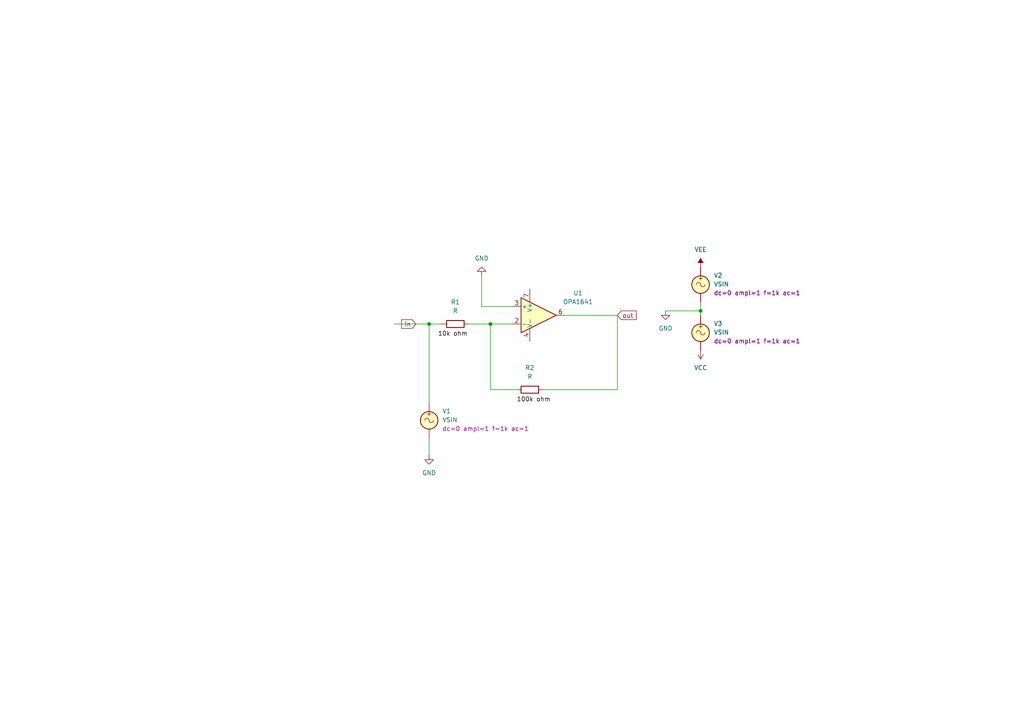
<source format=kicad_sch>
(kicad_sch (version 20250114) (generator "eeschema") (generator_version "9.0")
  (paper "A4")
  (lib_symbols
    (symbol "Amplifier_Operational:OPA1641" (pin_names (offset 0.127))
      (property "Reference" "U" (at 3.81 3.81 0))
      (property "Value" "OPA1641" (at 3.81 -3.81 0))
      (symbol "OPA1641_0_1"
        (polyline (pts (xy 5.08 0) (xy -5.08 5.08) (xy -5.08 -5.08) (xy 5.08 0)) (stroke (width 0.254)) (fill (type background)))
      )
      (symbol "OPA1641_1_1"
        (pin input line (at -7.62 2.54 0) (length 2.54) (name "+") (number "3"))
        (pin input line (at -7.62 -2.54 0) (length 2.54) (name "-") (number "2"))
        (pin no_connect line (at -5.08 -2.54 90) (length 2.54) (hide yes) (name "NC") (number "8"))
        (pin power_in line (at -2.54 7.62 270) (length 3.81) (name "V+") (number "7"))
        (pin no_connect line (at -2.54 -2.54 90) (length 2.54) (hide yes) (name "NC") (number "1"))
        (pin power_in line (at -2.54 -7.62 90) (length 3.81) (name "V-") (number "4"))
        (pin no_connect line (at 0 -2.54 90) (length 2.54) (hide yes) (name "NC") (number "5"))
        (pin output line (at 7.62 0 180) (length 2.54) (name "~") (number "6"))
      )
    )
    (symbol "Device:R" (pin_numbers (hide yes)) (pin_names (offset 0))
      (property "Reference" "R" (at 2.032 0 90))
      (property "Value" "R" (at 0 0 90))
      (symbol "R_0_1"
        (rectangle (start -1.016 -2.54) (end 1.016 2.54) (stroke (width 0.254)))
      )
      (symbol "R_1_1"
        (pin passive line (at 0 3.81 270) (length 1.27) (name "~") (number "1"))
        (pin passive line (at 0 -3.81 90) (length 1.27) (name "~") (number "2"))
      )
    )
    (symbol "Simulation_SPICE:VSIN" (pin_numbers (hide yes)) (pin_names (offset 0.0254))
      (property "Reference" "V" (at 2.54 2.54 0))
      (property "Value" "VSIN" (at 2.54 0 0))
      (property "Sim.Params" "dc=0 ampl=1 f=1k ac=1" (at 2.54 -2.54 0))
      (symbol "VSIN_0_0"
        (arc (start -1.27 0) (mid -0.635 0.6323) (end 0 0))
        (arc (start 1.27 0) (mid 0.635 -0.6323) (end 0 0))
        (text "+" (at 0 1.905 0) (effects (font (size 1.27 1.27))))
      )
      (symbol "VSIN_0_1"
        (circle (center 0 0) (radius 2.54) (stroke (width 0.254)) (fill (type background)))
      )
      (symbol "VSIN_1_1"
        (pin passive line (at 0 5.08 270) (length 2.54) (name "~") (number "1"))
        (pin passive line (at 0 -5.08 90) (length 2.54) (name "~") (number "2"))
      )
    )
    (symbol "power:GND" (power) (pin_numbers (hide yes)) (pin_names (offset 0) (hide yes))
      (property "Value" "GND" (at 0 -3.81 0))
      (symbol "GND_0_1"
        (polyline (pts (xy 0 0) (xy 0 -1.27) (xy 1.27 -1.27) (xy 0 -2.54) (xy -1.27 -1.27) (xy 0 -1.27)))
      )
      (symbol "GND_1_1"
        (pin power_in line (at 0 0 270) (length 0) (name "~") (number "1"))
      )
    )
    (symbol "power:VCC" (power) (pin_numbers (hide yes)) (pin_names (offset 0) (hide yes))
      (property "Value" "VCC" (at 0 3.556 0))
      (symbol "VCC_0_1"
        (polyline (pts (xy -0.762 1.27) (xy 0 2.54)))
        (polyline (pts (xy 0 2.54) (xy 0.762 1.27)))
        (polyline (pts (xy 0 0) (xy 0 2.54)))
      )
      (symbol "VCC_1_1"
        (pin power_in line (at 0 0 90) (length 0) (name "~") (number "1"))
      )
    )
    (symbol "power:VEE" (power) (pin_numbers (hide yes)) (pin_names (offset 0) (hide yes))
      (property "Value" "VEE" (at 0 3.556 0))
      (symbol "VEE_0_1"
        (polyline (pts (xy 0 0) (xy 0 2.54)))
        (polyline (pts (xy 0.762 1.27) (xy -0.762 1.27) (xy 0 2.54) (xy 0.762 1.27)) (fill (type outline)))
      )
      (symbol "VEE_1_1"
        (pin power_in line (at 0 0 90) (length 0) (name "~") (number "1"))
      )
    )
  )
  (junction (at 203.2 90.17))
  (junction (at 142.24 93.98))
  (junction (at 124.46 93.98))
  (wire (pts (xy 149.86 113.03) (xy 142.24 113.03)))
  (wire (pts (xy 124.46 93.98) (xy 128.27 93.98)))
  (wire (pts (xy 139.7 88.9) (xy 139.7 80.01)))
  (wire (pts (xy 157.48 113.03) (xy 179.07 113.03)))
  (wire (pts (xy 163.83 91.44) (xy 179.07 91.44)))
  (wire (pts (xy 203.2 87.63) (xy 203.2 90.17)))
  (wire (pts (xy 179.07 113.03) (xy 179.07 91.44)))
  (wire (pts (xy 142.24 93.98) (xy 148.59 93.98)))
  (wire (pts (xy 124.46 93.98) (xy 124.46 116.84)))
  (wire (pts (xy 124.46 127) (xy 124.46 132.08)))
  (wire (pts (xy 114.3 93.98) (xy 124.46 93.98)))
  (wire (pts (xy 135.89 93.98) (xy 142.24 93.98)))
  (wire (pts (xy 148.59 88.9) (xy 139.7 88.9)))
  (wire (pts (xy 142.24 113.03) (xy 142.24 93.98)))
  (wire (pts (xy 193.04 90.17) (xy 203.2 90.17)))
  (wire (pts (xy 203.2 90.17) (xy 203.2 91.44)))
  (label "10k ohm" (at 127 97.79 0))
  (label "100k ohm" (at 149.86 116.84 0))
  (global_label "out" (shape input) (at 179.07 91.44 0) (property "Intersheetrefs" "${INTERSHEET_REFS}" (effects (hide yes))))
  (global_label "in" (shape input) (at 120.65 93.98 180) (property "Intersheetrefs" "${INTERSHEET_REFS}" (effects (hide yes))))
  (symbol (lib_id "power:GND") (at 139.7 80.01 180) (unit 1)
    (property "Reference" "#PWR01" (effects (hide yes)))
    (property "Value" "GND" (at 139.7 74.93 0))
    (property "Description" "Power symbol creates a global label with name \"GND\" , ground" (effects (hide yes)))
  )
  (symbol (lib_id "Device:R") (at 153.67 113.03 90) (unit 1)
    (property "Reference" "R2" (at 153.67 106.68 90))
    (property "Value" "R" (at 153.67 109.22 90))
    (property "Footprint" "OptoDevice:R_LDR_7x6mm_P5.1mm_Vertical" (effects (hide yes)))
    (property "Description" "Resistor" (effects (hide yes)))
  )
  (symbol (lib_id "power:GND") (at 193.04 90.17 0) (unit 1)
    (property "Reference" "#PWR04" (effects (hide yes)))
    (property "Value" "GND" (at 193.04 95.25 0))
    (property "Description" "Power symbol creates a global label with name \"GND\" , ground" (effects (hide yes)))
  )
  (symbol (lib_id "power:VEE") (at 203.2 77.47 0) (unit 1)
    (property "Reference" "#PWR02" (effects (hide yes)))
    (property "Value" "VEE" (at 203.2 72.39 0))
    (property "Description" "Power symbol creates a global label with name \"VEE\"" (effects (hide yes)))
  )
  (symbol (lib_id "power:VCC") (at 203.2 101.6 180) (unit 1)
    (property "Reference" "#PWR03" (effects (hide yes)))
    (property "Value" "VCC" (at 203.2 106.68 0))
    (property "Description" "Power symbol creates a global label with name \"VCC\"" (effects (hide yes)))
  )
  (symbol (lib_id "Device:R") (at 132.08 93.98 90) (unit 1)
    (property "Reference" "R1" (at 132.08 87.63 90))
    (property "Value" "R" (at 132.08 90.17 90))
    (property "Footprint" "OptoDevice:R_LDR_11x9.4mm_P8.2mm_Vertical" (effects (hide yes)))
    (property "Description" "Resistor" (effects (hide yes)))
  )
  (symbol (lib_id "Simulation_SPICE:VSIN") (at 203.2 82.55 0) (unit 1)
    (property "Reference" "V2" (at 207.01 79.8801 0) (effects (justify left)))
    (property "Value" "VSIN" (at 207.01 82.4201 0) (effects (justify left)))
    (property "Footprint" "Battery:BatteryHolder_ComfortableElectronic_CH273-2450_1x2450" (effects (hide yes)))
    (property "Datasheet" "https://ngspice.sourceforge.io/docs/ngspice-html-manual/manual.xhtml#sec_Independent_Sources_for" (effects (hide yes)))
    (property "Description" "Voltage source, sinusoidal" (effects (hide yes)))
    (property "Sim.Pins" "1=+ 2=-" (effects (hide yes)))
    (property "Sim.Params" "dc=0 ampl=1 f=1k ac=1" (at 207.01 84.9601 0) (effects (justify left)))
    (property "Sim.Type" "SIN" (effects (hide yes)))
    (property "Sim.Device" "V" (effects (hide yes)))
  )
  (symbol (lib_id "Simulation_SPICE:VSIN") (at 203.2 96.52 0) (unit 1)
    (property "Reference" "V3" (at 207.01 93.8501 0) (effects (justify left)))
    (property "Value" "VSIN" (at 207.01 96.3901 0) (effects (justify left)))
    (property "Footprint" "Battery:BatteryHolder_ComfortableElectronic_CH273-2450_1x2450" (effects (hide yes)))
    (property "Datasheet" "https://ngspice.sourceforge.io/docs/ngspice-html-manual/manual.xhtml#sec_Independent_Sources_for" (effects (hide yes)))
    (property "Description" "Voltage source, sinusoidal" (effects (hide yes)))
    (property "Sim.Pins" "1=+ 2=-" (effects (hide yes)))
    (property "Sim.Params" "dc=0 ampl=1 f=1k ac=1" (at 207.01 98.9301 0) (effects (justify left)))
    (property "Sim.Type" "SIN" (effects (hide yes)))
    (property "Sim.Device" "V" (effects (hide yes)))
  )
  (symbol (lib_id "power:GND") (at 124.46 132.08 0) (unit 1)
    (property "Reference" "#PWR05" (effects (hide yes)))
    (property "Value" "GND" (at 124.46 137.16 0))
    (property "Description" "Power symbol creates a global label with name \"GND\" , ground" (effects (hide yes)))
  )
  (symbol (lib_id "Amplifier_Operational:OPA1641") (at 156.21 91.44 0) (unit 1)
    (property "Reference" "U1" (at 167.64 85.0198 0))
    (property "Value" "OPA1641" (at 167.64 87.5598 0))
    (property "Footprint" "Package_SO:VSSOP-8_3x3mm_P0.65mm" (effects (hide yes)))
    (property "Datasheet" "http://www.ti.com/lit/ds/symlink/opa1641.pdf" (effects (hide yes)))
    (property "Description" "JFET input, ultralow distortion, low-noise operational amplifier, SOIC-8/VSSOP-8" (effects (hide yes)))
  )
  (symbol (lib_id "Simulation_SPICE:VSIN") (at 124.46 121.92 0) (unit 1)
    (property "Reference" "V1" (at 128.27 119.2501 0) (effects (justify left)))
    (property "Value" "VSIN" (at 128.27 121.7901 0) (effects (justify left)))
    (property "Footprint" "Battery:BatteryHolder_ComfortableElectronic_CH273-2450_1x2450" (effects (hide yes)))
    (property "Datasheet" "https://ngspice.sourceforge.io/docs/ngspice-html-manual/manual.xhtml#sec_Independent_Sources_for" (effects (hide yes)))
    (property "Description" "Voltage source, sinusoidal" (effects (hide yes)))
    (property "Sim.Pins" "1=+ 2=-" (effects (hide yes)))
    (property "Sim.Params" "dc=0 ampl=1 f=1k ac=1" (at 128.27 124.3301 0) (effects (justify left)))
    (property "Sim.Type" "SIN" (effects (hide yes)))
    (property "Sim.Device" "V" (effects (hide yes)))
  )
)
</source>
